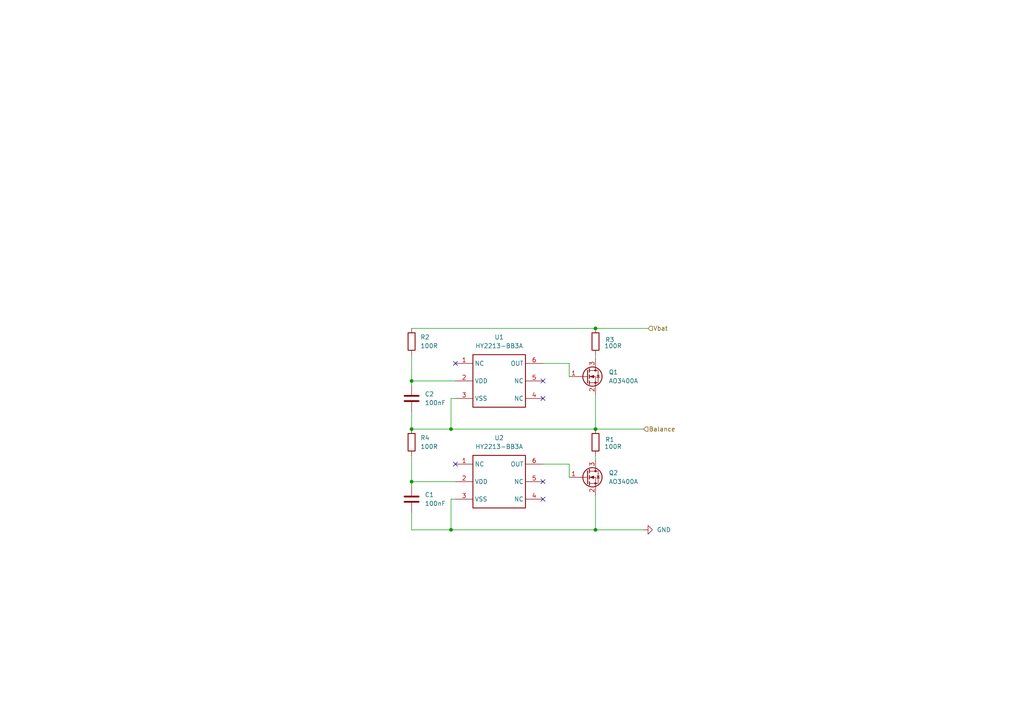
<source format=kicad_sch>
(kicad_sch
	(version 20250114)
	(generator "eeschema")
	(generator_version "9.0")
	(uuid "f8ca7d62-bd29-4377-b2b3-5db13dd68bad")
	(paper "A4")
	(lib_symbols
		(symbol "Device:C"
			(pin_numbers
				(hide yes)
			)
			(pin_names
				(offset 0.254)
			)
			(exclude_from_sim no)
			(in_bom yes)
			(on_board yes)
			(property "Reference" "C"
				(at 0.635 2.54 0)
				(effects
					(font
						(size 1.27 1.27)
					)
					(justify left)
				)
			)
			(property "Value" "C"
				(at 0.635 -2.54 0)
				(effects
					(font
						(size 1.27 1.27)
					)
					(justify left)
				)
			)
			(property "Footprint" ""
				(at 0.9652 -3.81 0)
				(effects
					(font
						(size 1.27 1.27)
					)
					(hide yes)
				)
			)
			(property "Datasheet" "~"
				(at 0 0 0)
				(effects
					(font
						(size 1.27 1.27)
					)
					(hide yes)
				)
			)
			(property "Description" "Unpolarized capacitor"
				(at 0 0 0)
				(effects
					(font
						(size 1.27 1.27)
					)
					(hide yes)
				)
			)
			(property "ki_keywords" "cap capacitor"
				(at 0 0 0)
				(effects
					(font
						(size 1.27 1.27)
					)
					(hide yes)
				)
			)
			(property "ki_fp_filters" "C_*"
				(at 0 0 0)
				(effects
					(font
						(size 1.27 1.27)
					)
					(hide yes)
				)
			)
			(symbol "C_0_1"
				(polyline
					(pts
						(xy -2.032 0.762) (xy 2.032 0.762)
					)
					(stroke
						(width 0.508)
						(type default)
					)
					(fill
						(type none)
					)
				)
				(polyline
					(pts
						(xy -2.032 -0.762) (xy 2.032 -0.762)
					)
					(stroke
						(width 0.508)
						(type default)
					)
					(fill
						(type none)
					)
				)
			)
			(symbol "C_1_1"
				(pin passive line
					(at 0 3.81 270)
					(length 2.794)
					(name "~"
						(effects
							(font
								(size 1.27 1.27)
							)
						)
					)
					(number "1"
						(effects
							(font
								(size 1.27 1.27)
							)
						)
					)
				)
				(pin passive line
					(at 0 -3.81 90)
					(length 2.794)
					(name "~"
						(effects
							(font
								(size 1.27 1.27)
							)
						)
					)
					(number "2"
						(effects
							(font
								(size 1.27 1.27)
							)
						)
					)
				)
			)
			(embedded_fonts no)
		)
		(symbol "Device:R"
			(pin_numbers
				(hide yes)
			)
			(pin_names
				(offset 0)
			)
			(exclude_from_sim no)
			(in_bom yes)
			(on_board yes)
			(property "Reference" "R"
				(at 2.032 0 90)
				(effects
					(font
						(size 1.27 1.27)
					)
				)
			)
			(property "Value" "R"
				(at 0 0 90)
				(effects
					(font
						(size 1.27 1.27)
					)
				)
			)
			(property "Footprint" ""
				(at -1.778 0 90)
				(effects
					(font
						(size 1.27 1.27)
					)
					(hide yes)
				)
			)
			(property "Datasheet" "~"
				(at 0 0 0)
				(effects
					(font
						(size 1.27 1.27)
					)
					(hide yes)
				)
			)
			(property "Description" "Resistor"
				(at 0 0 0)
				(effects
					(font
						(size 1.27 1.27)
					)
					(hide yes)
				)
			)
			(property "ki_keywords" "R res resistor"
				(at 0 0 0)
				(effects
					(font
						(size 1.27 1.27)
					)
					(hide yes)
				)
			)
			(property "ki_fp_filters" "R_*"
				(at 0 0 0)
				(effects
					(font
						(size 1.27 1.27)
					)
					(hide yes)
				)
			)
			(symbol "R_0_1"
				(rectangle
					(start -1.016 -2.54)
					(end 1.016 2.54)
					(stroke
						(width 0.254)
						(type default)
					)
					(fill
						(type none)
					)
				)
			)
			(symbol "R_1_1"
				(pin passive line
					(at 0 3.81 270)
					(length 1.27)
					(name "~"
						(effects
							(font
								(size 1.27 1.27)
							)
						)
					)
					(number "1"
						(effects
							(font
								(size 1.27 1.27)
							)
						)
					)
				)
				(pin passive line
					(at 0 -3.81 90)
					(length 1.27)
					(name "~"
						(effects
							(font
								(size 1.27 1.27)
							)
						)
					)
					(number "2"
						(effects
							(font
								(size 1.27 1.27)
							)
						)
					)
				)
			)
			(embedded_fonts no)
		)
		(symbol "Transistor_FET:AO3400A"
			(pin_names
				(offset 0)
				(hide yes)
			)
			(exclude_from_sim no)
			(in_bom yes)
			(on_board yes)
			(property "Reference" "Q"
				(at 5.08 1.905 0)
				(effects
					(font
						(size 1.27 1.27)
					)
					(justify left)
				)
			)
			(property "Value" "AO3400A"
				(at 5.08 0 0)
				(effects
					(font
						(size 1.27 1.27)
					)
					(justify left)
				)
			)
			(property "Footprint" "Package_TO_SOT_SMD:SOT-23"
				(at 5.08 -1.905 0)
				(effects
					(font
						(size 1.27 1.27)
						(italic yes)
					)
					(justify left)
					(hide yes)
				)
			)
			(property "Datasheet" "http://www.aosmd.com/pdfs/datasheet/AO3400A.pdf"
				(at 5.08 -3.81 0)
				(effects
					(font
						(size 1.27 1.27)
					)
					(justify left)
					(hide yes)
				)
			)
			(property "Description" "30V Vds, 5.7A Id, N-Channel MOSFET, SOT-23"
				(at 0 0 0)
				(effects
					(font
						(size 1.27 1.27)
					)
					(hide yes)
				)
			)
			(property "ki_keywords" "N-Channel MOSFET"
				(at 0 0 0)
				(effects
					(font
						(size 1.27 1.27)
					)
					(hide yes)
				)
			)
			(property "ki_fp_filters" "SOT?23*"
				(at 0 0 0)
				(effects
					(font
						(size 1.27 1.27)
					)
					(hide yes)
				)
			)
			(symbol "AO3400A_0_1"
				(polyline
					(pts
						(xy 0.254 1.905) (xy 0.254 -1.905)
					)
					(stroke
						(width 0.254)
						(type default)
					)
					(fill
						(type none)
					)
				)
				(polyline
					(pts
						(xy 0.254 0) (xy -2.54 0)
					)
					(stroke
						(width 0)
						(type default)
					)
					(fill
						(type none)
					)
				)
				(polyline
					(pts
						(xy 0.762 2.286) (xy 0.762 1.27)
					)
					(stroke
						(width 0.254)
						(type default)
					)
					(fill
						(type none)
					)
				)
				(polyline
					(pts
						(xy 0.762 0.508) (xy 0.762 -0.508)
					)
					(stroke
						(width 0.254)
						(type default)
					)
					(fill
						(type none)
					)
				)
				(polyline
					(pts
						(xy 0.762 -1.27) (xy 0.762 -2.286)
					)
					(stroke
						(width 0.254)
						(type default)
					)
					(fill
						(type none)
					)
				)
				(polyline
					(pts
						(xy 0.762 -1.778) (xy 3.302 -1.778) (xy 3.302 1.778) (xy 0.762 1.778)
					)
					(stroke
						(width 0)
						(type default)
					)
					(fill
						(type none)
					)
				)
				(polyline
					(pts
						(xy 1.016 0) (xy 2.032 0.381) (xy 2.032 -0.381) (xy 1.016 0)
					)
					(stroke
						(width 0)
						(type default)
					)
					(fill
						(type outline)
					)
				)
				(circle
					(center 1.651 0)
					(radius 2.794)
					(stroke
						(width 0.254)
						(type default)
					)
					(fill
						(type none)
					)
				)
				(polyline
					(pts
						(xy 2.54 2.54) (xy 2.54 1.778)
					)
					(stroke
						(width 0)
						(type default)
					)
					(fill
						(type none)
					)
				)
				(circle
					(center 2.54 1.778)
					(radius 0.254)
					(stroke
						(width 0)
						(type default)
					)
					(fill
						(type outline)
					)
				)
				(circle
					(center 2.54 -1.778)
					(radius 0.254)
					(stroke
						(width 0)
						(type default)
					)
					(fill
						(type outline)
					)
				)
				(polyline
					(pts
						(xy 2.54 -2.54) (xy 2.54 0) (xy 0.762 0)
					)
					(stroke
						(width 0)
						(type default)
					)
					(fill
						(type none)
					)
				)
				(polyline
					(pts
						(xy 2.921 0.381) (xy 3.683 0.381)
					)
					(stroke
						(width 0)
						(type default)
					)
					(fill
						(type none)
					)
				)
				(polyline
					(pts
						(xy 3.302 0.381) (xy 2.921 -0.254) (xy 3.683 -0.254) (xy 3.302 0.381)
					)
					(stroke
						(width 0)
						(type default)
					)
					(fill
						(type none)
					)
				)
			)
			(symbol "AO3400A_1_1"
				(pin input line
					(at -5.08 0 0)
					(length 2.54)
					(name "G"
						(effects
							(font
								(size 1.27 1.27)
							)
						)
					)
					(number "1"
						(effects
							(font
								(size 1.27 1.27)
							)
						)
					)
				)
				(pin passive line
					(at 2.54 5.08 270)
					(length 2.54)
					(name "D"
						(effects
							(font
								(size 1.27 1.27)
							)
						)
					)
					(number "3"
						(effects
							(font
								(size 1.27 1.27)
							)
						)
					)
				)
				(pin passive line
					(at 2.54 -5.08 90)
					(length 2.54)
					(name "S"
						(effects
							(font
								(size 1.27 1.27)
							)
						)
					)
					(number "2"
						(effects
							(font
								(size 1.27 1.27)
							)
						)
					)
				)
			)
			(embedded_fonts no)
		)
		(symbol "custom symbols:HY2213-BB3A"
			(exclude_from_sim no)
			(in_bom yes)
			(on_board yes)
			(property "Reference" "U?"
				(at 0 0 0)
				(effects
					(font
						(size 1.27 1.27)
					)
				)
			)
			(property "Value" "HY2213-BB3A"
				(at 0.254 8.89 0)
				(effects
					(font
						(size 1.27 1.27)
					)
				)
			)
			(property "Footprint" ""
				(at 0 0 0)
				(effects
					(font
						(size 1.27 1.27)
					)
					(hide yes)
				)
			)
			(property "Datasheet" ""
				(at 0 0 0)
				(effects
					(font
						(size 1.27 1.27)
					)
					(hide yes)
				)
			)
			(property "Description" ""
				(at 0 0 0)
				(effects
					(font
						(size 1.27 1.27)
					)
					(hide yes)
				)
			)
			(property "Manufacturer Part" "HY2213-BB3A"
				(at 0.508 -11.176 0)
				(effects
					(font
						(size 1.27 1.27)
					)
					(hide yes)
				)
			)
			(property "Manufacturer" "HYCON(宏康)"
				(at 0.254 -13.97 0)
				(effects
					(font
						(size 1.27 1.27)
					)
					(hide yes)
				)
			)
			(property "Supplier Part" "C113632"
				(at -0.254 -9.144 0)
				(effects
					(font
						(size 1.27 1.27)
					)
					(hide yes)
				)
			)
			(property "Supplier" "LCSC"
				(at -8.382 -9.144 0)
				(effects
					(font
						(size 1.27 1.27)
					)
					(hide yes)
				)
			)
			(symbol "HY2213-BB3A_0_0"
				(rectangle
					(start -7.62 7.62)
					(end 7.62 -7.62)
					(stroke
						(width 0.254)
						(type solid)
					)
					(fill
						(type none)
					)
				)
				(pin unspecified line
					(at -12.7 5.08 0)
					(length 5.08)
					(name "NC"
						(effects
							(font
								(size 1.27 1.27)
							)
						)
					)
					(number "1"
						(effects
							(font
								(size 1.27 1.27)
							)
						)
					)
				)
				(pin unspecified line
					(at -12.7 0 0)
					(length 5.08)
					(name "VDD"
						(effects
							(font
								(size 1.27 1.27)
							)
						)
					)
					(number "2"
						(effects
							(font
								(size 1.27 1.27)
							)
						)
					)
				)
				(pin unspecified line
					(at -12.7 -5.08 0)
					(length 5.08)
					(name "VSS"
						(effects
							(font
								(size 1.27 1.27)
							)
						)
					)
					(number "3"
						(effects
							(font
								(size 1.27 1.27)
							)
						)
					)
				)
				(pin unspecified line
					(at 12.7 5.08 180)
					(length 5.08)
					(name "OUT"
						(effects
							(font
								(size 1.27 1.27)
							)
						)
					)
					(number "6"
						(effects
							(font
								(size 1.27 1.27)
							)
						)
					)
				)
				(pin unspecified line
					(at 12.7 0 180)
					(length 5.08)
					(name "NC"
						(effects
							(font
								(size 1.27 1.27)
							)
						)
					)
					(number "5"
						(effects
							(font
								(size 1.27 1.27)
							)
						)
					)
				)
				(pin unspecified line
					(at 12.7 -5.08 180)
					(length 5.08)
					(name "NC"
						(effects
							(font
								(size 1.27 1.27)
							)
						)
					)
					(number "4"
						(effects
							(font
								(size 1.27 1.27)
							)
						)
					)
				)
			)
			(embedded_fonts no)
		)
		(symbol "power:GND"
			(power)
			(pin_numbers
				(hide yes)
			)
			(pin_names
				(offset 0)
				(hide yes)
			)
			(exclude_from_sim no)
			(in_bom yes)
			(on_board yes)
			(property "Reference" "#PWR"
				(at 0 -6.35 0)
				(effects
					(font
						(size 1.27 1.27)
					)
					(hide yes)
				)
			)
			(property "Value" "GND"
				(at 0 -3.81 0)
				(effects
					(font
						(size 1.27 1.27)
					)
				)
			)
			(property "Footprint" ""
				(at 0 0 0)
				(effects
					(font
						(size 1.27 1.27)
					)
					(hide yes)
				)
			)
			(property "Datasheet" ""
				(at 0 0 0)
				(effects
					(font
						(size 1.27 1.27)
					)
					(hide yes)
				)
			)
			(property "Description" "Power symbol creates a global label with name \"GND\" , ground"
				(at 0 0 0)
				(effects
					(font
						(size 1.27 1.27)
					)
					(hide yes)
				)
			)
			(property "ki_keywords" "global power"
				(at 0 0 0)
				(effects
					(font
						(size 1.27 1.27)
					)
					(hide yes)
				)
			)
			(symbol "GND_0_1"
				(polyline
					(pts
						(xy 0 0) (xy 0 -1.27) (xy 1.27 -1.27) (xy 0 -2.54) (xy -1.27 -1.27) (xy 0 -1.27)
					)
					(stroke
						(width 0)
						(type default)
					)
					(fill
						(type none)
					)
				)
			)
			(symbol "GND_1_1"
				(pin power_in line
					(at 0 0 270)
					(length 0)
					(name "~"
						(effects
							(font
								(size 1.27 1.27)
							)
						)
					)
					(number "1"
						(effects
							(font
								(size 1.27 1.27)
							)
						)
					)
				)
			)
			(embedded_fonts no)
		)
	)
	(junction
		(at 172.72 95.25)
		(diameter 0)
		(color 0 0 0 0)
		(uuid "2d82b8a4-41ca-41b7-a491-a2ce003d16e0")
	)
	(junction
		(at 172.72 124.46)
		(diameter 0)
		(color 0 0 0 0)
		(uuid "4117c28f-59bf-463e-bd04-8f7f09ac18c3")
	)
	(junction
		(at 130.81 124.46)
		(diameter 0)
		(color 0 0 0 0)
		(uuid "578275d4-4368-48cc-b7c1-1aa562ebe64d")
	)
	(junction
		(at 172.72 153.67)
		(diameter 0)
		(color 0 0 0 0)
		(uuid "63bfe028-9804-446c-aa54-9496620509c6")
	)
	(junction
		(at 119.38 124.46)
		(diameter 0)
		(color 0 0 0 0)
		(uuid "8ff36e11-e981-420f-aa33-1ecdf9a08c69")
	)
	(junction
		(at 119.38 110.49)
		(diameter 0)
		(color 0 0 0 0)
		(uuid "ccd25faf-b5b8-4cbc-be99-e505c76d938f")
	)
	(junction
		(at 119.38 139.7)
		(diameter 0)
		(color 0 0 0 0)
		(uuid "dbbf8bcf-a5bf-4c7a-a9ee-c0a75888635b")
	)
	(junction
		(at 130.81 153.67)
		(diameter 0)
		(color 0 0 0 0)
		(uuid "fb4367cd-bdbd-4481-8e61-97dd611d7aaf")
	)
	(no_connect
		(at 157.48 139.7)
		(uuid "08f93827-cefb-4efd-869e-e72a369a8a05")
	)
	(no_connect
		(at 132.08 134.62)
		(uuid "15944c56-7ed2-4458-849d-b3547179a700")
	)
	(no_connect
		(at 157.48 110.49)
		(uuid "4a0c0f13-fbc1-4811-bbf5-f0a06bd6ebde")
	)
	(no_connect
		(at 157.48 144.78)
		(uuid "4cae696b-3156-472e-bcdb-40fb49e1ab49")
	)
	(no_connect
		(at 132.08 105.41)
		(uuid "ad84f3bb-3fab-442b-b175-8228a545fcb2")
	)
	(no_connect
		(at 157.48 115.57)
		(uuid "ae31450d-88b8-4991-b5a0-36470454f396")
	)
	(wire
		(pts
			(xy 130.81 124.46) (xy 119.38 124.46)
		)
		(stroke
			(width 0)
			(type default)
		)
		(uuid "0ebb19d2-64f6-4a48-b7ac-60760b7fcf58")
	)
	(wire
		(pts
			(xy 119.38 132.08) (xy 119.38 139.7)
		)
		(stroke
			(width 0)
			(type default)
		)
		(uuid "1d4ba58a-0c32-41a6-bfe8-4a3c42120a92")
	)
	(wire
		(pts
			(xy 172.72 143.51) (xy 172.72 153.67)
		)
		(stroke
			(width 0)
			(type default)
		)
		(uuid "255c03f0-78a4-43cd-91b4-7e7183959a64")
	)
	(wire
		(pts
			(xy 172.72 124.46) (xy 186.69 124.46)
		)
		(stroke
			(width 0)
			(type default)
		)
		(uuid "29720c25-1e26-45db-be4e-8e152951e8d1")
	)
	(wire
		(pts
			(xy 172.72 153.67) (xy 130.81 153.67)
		)
		(stroke
			(width 0)
			(type default)
		)
		(uuid "2bdd2bde-be4f-4340-ba97-d1e9a0c8a375")
	)
	(wire
		(pts
			(xy 130.81 144.78) (xy 130.81 153.67)
		)
		(stroke
			(width 0)
			(type default)
		)
		(uuid "30314b2e-c681-4b71-8672-b28ba8962a01")
	)
	(wire
		(pts
			(xy 165.1 134.62) (xy 165.1 138.43)
		)
		(stroke
			(width 0)
			(type default)
		)
		(uuid "315fdc0e-7704-442d-ae48-9706fcad1d85")
	)
	(wire
		(pts
			(xy 157.48 134.62) (xy 165.1 134.62)
		)
		(stroke
			(width 0)
			(type default)
		)
		(uuid "32b6fb89-5232-487a-8328-00daa5c1bb30")
	)
	(wire
		(pts
			(xy 119.38 139.7) (xy 119.38 140.97)
		)
		(stroke
			(width 0)
			(type default)
		)
		(uuid "34260fb4-6845-43bb-946a-d0282671dc84")
	)
	(wire
		(pts
			(xy 130.81 115.57) (xy 130.81 124.46)
		)
		(stroke
			(width 0)
			(type default)
		)
		(uuid "42eced4c-7d99-4378-86c6-ac546d5edfe0")
	)
	(wire
		(pts
			(xy 119.38 110.49) (xy 119.38 111.76)
		)
		(stroke
			(width 0)
			(type default)
		)
		(uuid "4b22b476-1394-4763-8eb2-82efec1ed048")
	)
	(wire
		(pts
			(xy 172.72 95.25) (xy 119.38 95.25)
		)
		(stroke
			(width 0)
			(type default)
		)
		(uuid "4dd7673e-905e-4591-b2b9-369f66f74f92")
	)
	(wire
		(pts
			(xy 119.38 139.7) (xy 132.08 139.7)
		)
		(stroke
			(width 0)
			(type default)
		)
		(uuid "56498f10-4231-4ee9-b2eb-476362708faa")
	)
	(wire
		(pts
			(xy 172.72 104.14) (xy 172.72 102.87)
		)
		(stroke
			(width 0)
			(type default)
		)
		(uuid "56a82ce1-2daa-4449-a3de-764f1158d835")
	)
	(wire
		(pts
			(xy 186.69 153.67) (xy 172.72 153.67)
		)
		(stroke
			(width 0)
			(type default)
		)
		(uuid "5d566dd6-845c-43c7-822b-362c1eb4f6e2")
	)
	(wire
		(pts
			(xy 172.72 114.3) (xy 172.72 124.46)
		)
		(stroke
			(width 0)
			(type default)
		)
		(uuid "68b016bd-622e-490f-bcd7-78dcae788c15")
	)
	(wire
		(pts
			(xy 119.38 124.46) (xy 119.38 119.38)
		)
		(stroke
			(width 0)
			(type default)
		)
		(uuid "6ce07965-c874-4b2b-b296-de72c62e7a95")
	)
	(wire
		(pts
			(xy 119.38 102.87) (xy 119.38 110.49)
		)
		(stroke
			(width 0)
			(type default)
		)
		(uuid "84824cae-847c-4bb0-84fd-a1f14f253379")
	)
	(wire
		(pts
			(xy 157.48 105.41) (xy 165.1 105.41)
		)
		(stroke
			(width 0)
			(type default)
		)
		(uuid "85f11ee5-5979-4dde-8806-249f8e432808")
	)
	(wire
		(pts
			(xy 119.38 110.49) (xy 132.08 110.49)
		)
		(stroke
			(width 0)
			(type default)
		)
		(uuid "8cfdfb2c-bd10-474e-9573-82b3e3b4c3be")
	)
	(wire
		(pts
			(xy 130.81 153.67) (xy 119.38 153.67)
		)
		(stroke
			(width 0)
			(type default)
		)
		(uuid "b0bf2388-3aab-490f-92f6-85f6aa613a43")
	)
	(wire
		(pts
			(xy 132.08 144.78) (xy 130.81 144.78)
		)
		(stroke
			(width 0)
			(type default)
		)
		(uuid "b6f09629-9541-4dd2-a32e-545adbe4466b")
	)
	(wire
		(pts
			(xy 172.72 95.25) (xy 187.96 95.25)
		)
		(stroke
			(width 0)
			(type default)
		)
		(uuid "ceaff107-c6e6-4773-bcf0-dd41691d84e6")
	)
	(wire
		(pts
			(xy 165.1 105.41) (xy 165.1 109.22)
		)
		(stroke
			(width 0)
			(type default)
		)
		(uuid "cfdb3598-1025-470c-bb75-c293350d11cf")
	)
	(wire
		(pts
			(xy 172.72 124.46) (xy 130.81 124.46)
		)
		(stroke
			(width 0)
			(type default)
		)
		(uuid "d1a0436d-0a94-4882-89a5-4d78e89db73b")
	)
	(wire
		(pts
			(xy 172.72 133.35) (xy 172.72 132.08)
		)
		(stroke
			(width 0)
			(type default)
		)
		(uuid "e2aeced7-c034-4405-bb7e-4f43a2924dbf")
	)
	(wire
		(pts
			(xy 119.38 153.67) (xy 119.38 148.59)
		)
		(stroke
			(width 0)
			(type default)
		)
		(uuid "e9b1cbb4-2539-4692-84ad-3fb02da65b12")
	)
	(wire
		(pts
			(xy 132.08 115.57) (xy 130.81 115.57)
		)
		(stroke
			(width 0)
			(type default)
		)
		(uuid "f0efd088-6bce-4d91-8621-10b784896ba0")
	)
	(hierarchical_label "Vbat"
		(shape input)
		(at 187.96 95.25 0)
		(effects
			(font
				(size 1.27 1.27)
			)
			(justify left)
		)
		(uuid "3bde75d9-ebca-41a9-b0c5-f333c3bd68c8")
	)
	(hierarchical_label "Balance"
		(shape input)
		(at 186.69 124.46 0)
		(effects
			(font
				(size 1.27 1.27)
			)
			(justify left)
		)
		(uuid "4e0d06a7-c290-4076-9d88-f7e307a38db3")
	)
	(symbol
		(lib_id "Device:R")
		(at 172.72 128.27 0)
		(unit 1)
		(exclude_from_sim no)
		(in_bom yes)
		(on_board yes)
		(dnp no)
		(uuid "08497ef8-b829-4a6c-bd6b-95030b813341")
		(property "Reference" "R1"
			(at 175.514 127.508 0)
			(effects
				(font
					(size 1.27 1.27)
				)
				(justify left)
			)
		)
		(property "Value" "100R"
			(at 175.26 129.5399 0)
			(effects
				(font
					(size 1.27 1.27)
				)
				(justify left)
			)
		)
		(property "Footprint" ""
			(at 170.942 128.27 90)
			(effects
				(font
					(size 1.27 1.27)
				)
				(hide yes)
			)
		)
		(property "Datasheet" "~"
			(at 172.72 128.27 0)
			(effects
				(font
					(size 1.27 1.27)
				)
				(hide yes)
			)
		)
		(property "Description" "Resistor"
			(at 172.72 128.27 0)
			(effects
				(font
					(size 1.27 1.27)
				)
				(hide yes)
			)
		)
		(pin "2"
			(uuid "725e9144-aa72-49a0-9863-23fa7bcba94d")
		)
		(pin "1"
			(uuid "4c219a4b-3157-4322-a37f-cf7dc504f7c8")
		)
		(instances
			(project ""
				(path "/8d4acb02-486f-4a82-8cb3-6751e95c7d3a/87caa3c0-a72b-4080-959a-da2917e28214"
					(reference "R1")
					(unit 1)
				)
			)
		)
	)
	(symbol
		(lib_id "Device:R")
		(at 119.38 128.27 0)
		(unit 1)
		(exclude_from_sim no)
		(in_bom yes)
		(on_board yes)
		(dnp no)
		(fields_autoplaced yes)
		(uuid "0cd2a19c-f6b6-483b-885b-494098b2f6d9")
		(property "Reference" "R4"
			(at 121.92 126.9999 0)
			(effects
				(font
					(size 1.27 1.27)
				)
				(justify left)
			)
		)
		(property "Value" "100R"
			(at 121.92 129.5399 0)
			(effects
				(font
					(size 1.27 1.27)
				)
				(justify left)
			)
		)
		(property "Footprint" ""
			(at 117.602 128.27 90)
			(effects
				(font
					(size 1.27 1.27)
				)
				(hide yes)
			)
		)
		(property "Datasheet" "~"
			(at 119.38 128.27 0)
			(effects
				(font
					(size 1.27 1.27)
				)
				(hide yes)
			)
		)
		(property "Description" "Resistor"
			(at 119.38 128.27 0)
			(effects
				(font
					(size 1.27 1.27)
				)
				(hide yes)
			)
		)
		(pin "1"
			(uuid "32b54954-9dac-41d9-bf3b-a306a33a0ab0")
		)
		(pin "2"
			(uuid "7efbe544-1e2c-4d6d-8319-47e7ad815498")
		)
		(instances
			(project "Rocketry-Battery-Board"
				(path "/8d4acb02-486f-4a82-8cb3-6751e95c7d3a/87caa3c0-a72b-4080-959a-da2917e28214"
					(reference "R4")
					(unit 1)
				)
			)
		)
	)
	(symbol
		(lib_id "power:GND")
		(at 186.69 153.67 90)
		(unit 1)
		(exclude_from_sim no)
		(in_bom yes)
		(on_board yes)
		(dnp no)
		(fields_autoplaced yes)
		(uuid "38ad9465-2c5e-40e0-a040-d052b75a1abd")
		(property "Reference" "#PWR01"
			(at 193.04 153.67 0)
			(effects
				(font
					(size 1.27 1.27)
				)
				(hide yes)
			)
		)
		(property "Value" "GND"
			(at 190.5 153.6699 90)
			(effects
				(font
					(size 1.27 1.27)
				)
				(justify right)
			)
		)
		(property "Footprint" ""
			(at 186.69 153.67 0)
			(effects
				(font
					(size 1.27 1.27)
				)
				(hide yes)
			)
		)
		(property "Datasheet" ""
			(at 186.69 153.67 0)
			(effects
				(font
					(size 1.27 1.27)
				)
				(hide yes)
			)
		)
		(property "Description" "Power symbol creates a global label with name \"GND\" , ground"
			(at 186.69 153.67 0)
			(effects
				(font
					(size 1.27 1.27)
				)
				(hide yes)
			)
		)
		(pin "1"
			(uuid "bacd77fc-10a8-45ab-954d-1ab4e4117b22")
		)
		(instances
			(project ""
				(path "/8d4acb02-486f-4a82-8cb3-6751e95c7d3a/87caa3c0-a72b-4080-959a-da2917e28214"
					(reference "#PWR01")
					(unit 1)
				)
			)
		)
	)
	(symbol
		(lib_id "Device:R")
		(at 172.72 99.06 0)
		(unit 1)
		(exclude_from_sim no)
		(in_bom yes)
		(on_board yes)
		(dnp no)
		(uuid "596209fd-9216-4b9b-8bc1-58570532d27c")
		(property "Reference" "R3"
			(at 175.514 98.552 0)
			(effects
				(font
					(size 1.27 1.27)
				)
				(justify left)
			)
		)
		(property "Value" "100R"
			(at 175.26 100.3299 0)
			(effects
				(font
					(size 1.27 1.27)
				)
				(justify left)
			)
		)
		(property "Footprint" ""
			(at 170.942 99.06 90)
			(effects
				(font
					(size 1.27 1.27)
				)
				(hide yes)
			)
		)
		(property "Datasheet" "~"
			(at 172.72 99.06 0)
			(effects
				(font
					(size 1.27 1.27)
				)
				(hide yes)
			)
		)
		(property "Description" "Resistor"
			(at 172.72 99.06 0)
			(effects
				(font
					(size 1.27 1.27)
				)
				(hide yes)
			)
		)
		(pin "2"
			(uuid "b47d91d7-44ef-4f45-9afb-d68bfdf24f7c")
		)
		(pin "1"
			(uuid "244d6a7f-7c5e-46c5-a157-8a404304b4b3")
		)
		(instances
			(project "Rocketry-Battery-Board"
				(path "/8d4acb02-486f-4a82-8cb3-6751e95c7d3a/87caa3c0-a72b-4080-959a-da2917e28214"
					(reference "R3")
					(unit 1)
				)
			)
		)
	)
	(symbol
		(lib_id "Transistor_FET:AO3400A")
		(at 170.18 138.43 0)
		(unit 1)
		(exclude_from_sim no)
		(in_bom yes)
		(on_board yes)
		(dnp no)
		(fields_autoplaced yes)
		(uuid "a3e5dbba-0746-4b09-b073-48439cab99eb")
		(property "Reference" "Q2"
			(at 176.53 137.1599 0)
			(effects
				(font
					(size 1.27 1.27)
				)
				(justify left)
			)
		)
		(property "Value" "AO3400A"
			(at 176.53 139.6999 0)
			(effects
				(font
					(size 1.27 1.27)
				)
				(justify left)
			)
		)
		(property "Footprint" "Package_TO_SOT_SMD:SOT-23"
			(at 175.26 140.335 0)
			(effects
				(font
					(size 1.27 1.27)
					(italic yes)
				)
				(justify left)
				(hide yes)
			)
		)
		(property "Datasheet" "http://www.aosmd.com/pdfs/datasheet/AO3400A.pdf"
			(at 175.26 142.24 0)
			(effects
				(font
					(size 1.27 1.27)
				)
				(justify left)
				(hide yes)
			)
		)
		(property "Description" "30V Vds, 5.7A Id, N-Channel MOSFET, SOT-23"
			(at 170.18 138.43 0)
			(effects
				(font
					(size 1.27 1.27)
				)
				(hide yes)
			)
		)
		(pin "1"
			(uuid "db8926e5-2b8d-47df-81aa-0de277abf4c3")
		)
		(pin "2"
			(uuid "92a7b56e-89ef-4ccd-b957-68fe94af2f6d")
		)
		(pin "3"
			(uuid "4b18cf0a-7aff-4091-9acd-e7c652dc65b1")
		)
		(instances
			(project ""
				(path "/8d4acb02-486f-4a82-8cb3-6751e95c7d3a/87caa3c0-a72b-4080-959a-da2917e28214"
					(reference "Q2")
					(unit 1)
				)
			)
		)
	)
	(symbol
		(lib_id "Transistor_FET:AO3400A")
		(at 170.18 109.22 0)
		(unit 1)
		(exclude_from_sim no)
		(in_bom yes)
		(on_board yes)
		(dnp no)
		(fields_autoplaced yes)
		(uuid "bc4feb5c-d1d3-43bd-8a1f-3a116e1577c8")
		(property "Reference" "Q1"
			(at 176.53 107.9499 0)
			(effects
				(font
					(size 1.27 1.27)
				)
				(justify left)
			)
		)
		(property "Value" "AO3400A"
			(at 176.53 110.4899 0)
			(effects
				(font
					(size 1.27 1.27)
				)
				(justify left)
			)
		)
		(property "Footprint" "Package_TO_SOT_SMD:SOT-23"
			(at 175.26 111.125 0)
			(effects
				(font
					(size 1.27 1.27)
					(italic yes)
				)
				(justify left)
				(hide yes)
			)
		)
		(property "Datasheet" "http://www.aosmd.com/pdfs/datasheet/AO3400A.pdf"
			(at 175.26 113.03 0)
			(effects
				(font
					(size 1.27 1.27)
				)
				(justify left)
				(hide yes)
			)
		)
		(property "Description" "30V Vds, 5.7A Id, N-Channel MOSFET, SOT-23"
			(at 170.18 109.22 0)
			(effects
				(font
					(size 1.27 1.27)
				)
				(hide yes)
			)
		)
		(pin "1"
			(uuid "0e6cc8ef-0bb2-40cb-8de7-f7ba40f39fc1")
		)
		(pin "2"
			(uuid "e70e8904-fc03-417d-a6c4-25255c4ba217")
		)
		(pin "3"
			(uuid "24386099-554b-43ec-b48f-e5868db0c65c")
		)
		(instances
			(project "Rocketry-Battery-Board"
				(path "/8d4acb02-486f-4a82-8cb3-6751e95c7d3a/87caa3c0-a72b-4080-959a-da2917e28214"
					(reference "Q1")
					(unit 1)
				)
			)
		)
	)
	(symbol
		(lib_id "Device:C")
		(at 119.38 144.78 0)
		(unit 1)
		(exclude_from_sim no)
		(in_bom yes)
		(on_board yes)
		(dnp no)
		(fields_autoplaced yes)
		(uuid "be1c60e4-89e6-4904-b466-7f1ed6f4e736")
		(property "Reference" "C1"
			(at 123.19 143.5099 0)
			(effects
				(font
					(size 1.27 1.27)
				)
				(justify left)
			)
		)
		(property "Value" "100nF"
			(at 123.19 146.0499 0)
			(effects
				(font
					(size 1.27 1.27)
				)
				(justify left)
			)
		)
		(property "Footprint" ""
			(at 120.3452 148.59 0)
			(effects
				(font
					(size 1.27 1.27)
				)
				(hide yes)
			)
		)
		(property "Datasheet" "~"
			(at 119.38 144.78 0)
			(effects
				(font
					(size 1.27 1.27)
				)
				(hide yes)
			)
		)
		(property "Description" "Unpolarized capacitor"
			(at 119.38 144.78 0)
			(effects
				(font
					(size 1.27 1.27)
				)
				(hide yes)
			)
		)
		(pin "2"
			(uuid "8523598a-f762-4334-98fd-82eaf0251f27")
		)
		(pin "1"
			(uuid "5cb7cc56-5e8f-457b-9c5a-455077b1bc2e")
		)
		(instances
			(project ""
				(path "/8d4acb02-486f-4a82-8cb3-6751e95c7d3a/87caa3c0-a72b-4080-959a-da2917e28214"
					(reference "C1")
					(unit 1)
				)
			)
		)
	)
	(symbol
		(lib_id "Device:C")
		(at 119.38 115.57 0)
		(unit 1)
		(exclude_from_sim no)
		(in_bom yes)
		(on_board yes)
		(dnp no)
		(fields_autoplaced yes)
		(uuid "c28bca50-a4d8-429d-8075-884ca22e9547")
		(property "Reference" "C2"
			(at 123.19 114.2999 0)
			(effects
				(font
					(size 1.27 1.27)
				)
				(justify left)
			)
		)
		(property "Value" "100nF"
			(at 123.19 116.8399 0)
			(effects
				(font
					(size 1.27 1.27)
				)
				(justify left)
			)
		)
		(property "Footprint" ""
			(at 120.3452 119.38 0)
			(effects
				(font
					(size 1.27 1.27)
				)
				(hide yes)
			)
		)
		(property "Datasheet" "~"
			(at 119.38 115.57 0)
			(effects
				(font
					(size 1.27 1.27)
				)
				(hide yes)
			)
		)
		(property "Description" "Unpolarized capacitor"
			(at 119.38 115.57 0)
			(effects
				(font
					(size 1.27 1.27)
				)
				(hide yes)
			)
		)
		(pin "2"
			(uuid "55254229-998a-430a-81f5-f13f2a06ff75")
		)
		(pin "1"
			(uuid "f67cabde-f733-4491-a5de-60fc5d76616b")
		)
		(instances
			(project "Rocketry-Battery-Board"
				(path "/8d4acb02-486f-4a82-8cb3-6751e95c7d3a/87caa3c0-a72b-4080-959a-da2917e28214"
					(reference "C2")
					(unit 1)
				)
			)
		)
	)
	(symbol
		(lib_id "Device:R")
		(at 119.38 99.06 0)
		(unit 1)
		(exclude_from_sim no)
		(in_bom yes)
		(on_board yes)
		(dnp no)
		(fields_autoplaced yes)
		(uuid "ccbfc75c-6b89-4b8b-b354-45ab26fdc608")
		(property "Reference" "R2"
			(at 121.92 97.7899 0)
			(effects
				(font
					(size 1.27 1.27)
				)
				(justify left)
			)
		)
		(property "Value" "100R"
			(at 121.92 100.3299 0)
			(effects
				(font
					(size 1.27 1.27)
				)
				(justify left)
			)
		)
		(property "Footprint" ""
			(at 117.602 99.06 90)
			(effects
				(font
					(size 1.27 1.27)
				)
				(hide yes)
			)
		)
		(property "Datasheet" "~"
			(at 119.38 99.06 0)
			(effects
				(font
					(size 1.27 1.27)
				)
				(hide yes)
			)
		)
		(property "Description" "Resistor"
			(at 119.38 99.06 0)
			(effects
				(font
					(size 1.27 1.27)
				)
				(hide yes)
			)
		)
		(pin "1"
			(uuid "afe1a828-6acb-4dde-8234-3fb8ca7cc3c5")
		)
		(pin "2"
			(uuid "9a4ac047-4460-4227-b545-5688f5d657eb")
		)
		(instances
			(project "Rocketry-Battery-Board"
				(path "/8d4acb02-486f-4a82-8cb3-6751e95c7d3a/87caa3c0-a72b-4080-959a-da2917e28214"
					(reference "R2")
					(unit 1)
				)
			)
		)
	)
	(symbol
		(lib_id "custom symbols:HY2213-BB3A")
		(at 144.78 139.7 0)
		(unit 1)
		(exclude_from_sim no)
		(in_bom yes)
		(on_board yes)
		(dnp no)
		(fields_autoplaced yes)
		(uuid "dc37c1fe-d7c6-49c9-87fc-e6b641b612a1")
		(property "Reference" "U2"
			(at 144.78 127 0)
			(effects
				(font
					(size 1.27 1.27)
				)
			)
		)
		(property "Value" "HY2213-BB3A"
			(at 144.78 129.54 0)
			(effects
				(font
					(size 1.27 1.27)
				)
			)
		)
		(property "Footprint" ""
			(at 144.78 139.7 0)
			(effects
				(font
					(size 1.27 1.27)
				)
				(hide yes)
			)
		)
		(property "Datasheet" ""
			(at 144.78 139.7 0)
			(effects
				(font
					(size 1.27 1.27)
				)
				(hide yes)
			)
		)
		(property "Description" ""
			(at 144.78 139.7 0)
			(effects
				(font
					(size 1.27 1.27)
				)
				(hide yes)
			)
		)
		(property "Manufacturer Part" "HY2213-BB3A"
			(at 145.288 150.876 0)
			(effects
				(font
					(size 1.27 1.27)
				)
				(hide yes)
			)
		)
		(property "Manufacturer" "HYCON(宏康)"
			(at 145.034 153.67 0)
			(effects
				(font
					(size 1.27 1.27)
				)
				(hide yes)
			)
		)
		(property "Supplier Part" "C113632"
			(at 144.526 148.844 0)
			(effects
				(font
					(size 1.27 1.27)
				)
				(hide yes)
			)
		)
		(property "Supplier" "LCSC"
			(at 136.398 148.844 0)
			(effects
				(font
					(size 1.27 1.27)
				)
				(hide yes)
			)
		)
		(pin "1"
			(uuid "9f308b9b-3676-43f8-aa2f-2a793ddbb434")
		)
		(pin "5"
			(uuid "2fc121ad-849e-4c1a-a2e7-f78a74e61fe2")
		)
		(pin "2"
			(uuid "64ac09c7-50b7-4de7-b3d4-9817e1e2f346")
		)
		(pin "6"
			(uuid "c137800c-601f-45ff-9275-3f7609af7cdd")
		)
		(pin "4"
			(uuid "7d865a05-2366-4b74-abab-6cc0528f50d0")
		)
		(pin "3"
			(uuid "7435d67d-6789-4a18-950e-28596c9621db")
		)
		(instances
			(project "Rocketry-Battery-Board"
				(path "/8d4acb02-486f-4a82-8cb3-6751e95c7d3a/87caa3c0-a72b-4080-959a-da2917e28214"
					(reference "U2")
					(unit 1)
				)
			)
		)
	)
	(symbol
		(lib_id "custom symbols:HY2213-BB3A")
		(at 144.78 110.49 0)
		(unit 1)
		(exclude_from_sim no)
		(in_bom yes)
		(on_board yes)
		(dnp no)
		(fields_autoplaced yes)
		(uuid "ef8cf623-6625-4d32-ad46-b288df2d9f14")
		(property "Reference" "U1"
			(at 144.78 97.79 0)
			(effects
				(font
					(size 1.27 1.27)
				)
			)
		)
		(property "Value" "HY2213-BB3A"
			(at 144.78 100.33 0)
			(effects
				(font
					(size 1.27 1.27)
				)
			)
		)
		(property "Footprint" ""
			(at 144.78 110.49 0)
			(effects
				(font
					(size 1.27 1.27)
				)
				(hide yes)
			)
		)
		(property "Datasheet" ""
			(at 144.78 110.49 0)
			(effects
				(font
					(size 1.27 1.27)
				)
				(hide yes)
			)
		)
		(property "Description" ""
			(at 144.78 110.49 0)
			(effects
				(font
					(size 1.27 1.27)
				)
				(hide yes)
			)
		)
		(property "Manufacturer Part" "HY2213-BB3A"
			(at 145.288 121.666 0)
			(effects
				(font
					(size 1.27 1.27)
				)
				(hide yes)
			)
		)
		(property "Manufacturer" "HYCON(宏康)"
			(at 145.034 124.46 0)
			(effects
				(font
					(size 1.27 1.27)
				)
				(hide yes)
			)
		)
		(property "Supplier Part" "C113632"
			(at 144.526 119.634 0)
			(effects
				(font
					(size 1.27 1.27)
				)
				(hide yes)
			)
		)
		(property "Supplier" "LCSC"
			(at 136.398 119.634 0)
			(effects
				(font
					(size 1.27 1.27)
				)
				(hide yes)
			)
		)
		(pin "1"
			(uuid "c130441c-0b94-4afe-a977-8c0fc234ea23")
		)
		(pin "5"
			(uuid "267d9a73-a259-4965-80cc-233ce61afdce")
		)
		(pin "2"
			(uuid "f2fb5440-c41f-493d-ab80-54a03884ae17")
		)
		(pin "6"
			(uuid "b1196919-bd0d-415d-821c-bc0b6e06162e")
		)
		(pin "4"
			(uuid "e34aa451-4114-454d-b6dc-d8c5d3b66adc")
		)
		(pin "3"
			(uuid "40bb781a-da97-44c8-b37f-3856bf090953")
		)
		(instances
			(project "Rocketry-Battery-Board"
				(path "/8d4acb02-486f-4a82-8cb3-6751e95c7d3a/87caa3c0-a72b-4080-959a-da2917e28214"
					(reference "U1")
					(unit 1)
				)
			)
		)
	)
)

</source>
